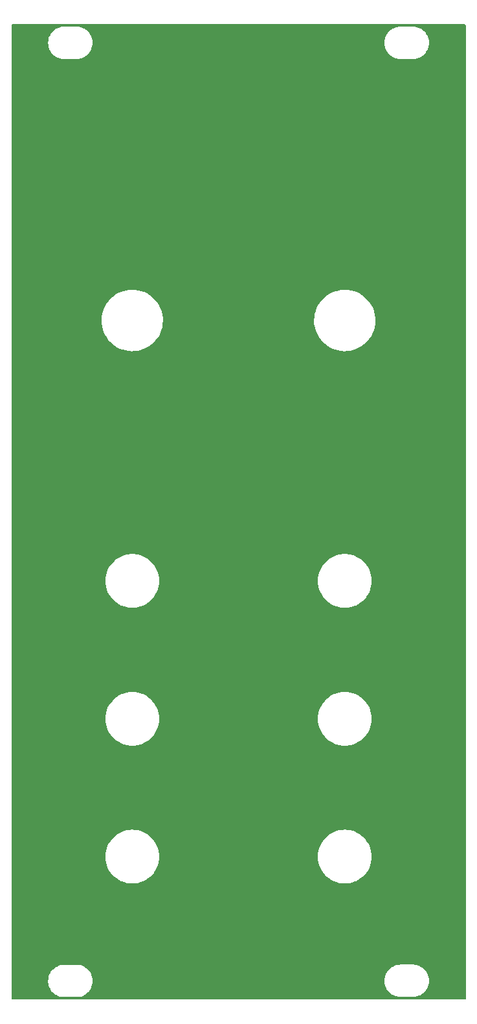
<source format=gbr>
%TF.GenerationSoftware,KiCad,Pcbnew,(6.0.1)*%
%TF.CreationDate,2022-09-11T09:08:24+02:00*%
%TF.ProjectId,front pannel,66726f6e-7420-4706-916e-6e656c2e6b69,rev?*%
%TF.SameCoordinates,Original*%
%TF.FileFunction,Copper,L1,Top*%
%TF.FilePolarity,Positive*%
%FSLAX46Y46*%
G04 Gerber Fmt 4.6, Leading zero omitted, Abs format (unit mm)*
G04 Created by KiCad (PCBNEW (6.0.1)) date 2022-09-11 09:08:24*
%MOMM*%
%LPD*%
G01*
G04 APERTURE LIST*
G04 APERTURE END LIST*
%TA.AperFunction,NonConductor*%
G36*
X86459121Y-22103002D02*
G01*
X86505614Y-22156658D01*
X86517000Y-22209000D01*
X86517000Y-149291000D01*
X86496998Y-149359121D01*
X86443342Y-149405614D01*
X86391000Y-149417000D01*
X27209000Y-149417000D01*
X27140879Y-149396998D01*
X27094386Y-149343342D01*
X27083000Y-149291000D01*
X27083000Y-146975000D01*
X31887282Y-146975000D01*
X31887552Y-146979119D01*
X31903982Y-147229783D01*
X31905357Y-147250765D01*
X31959271Y-147521812D01*
X31960596Y-147525715D01*
X31960597Y-147525719D01*
X32040847Y-147762126D01*
X32048103Y-147783502D01*
X32049926Y-147787198D01*
X32049929Y-147787206D01*
X32094920Y-147878437D01*
X32170333Y-148031359D01*
X32323868Y-148261141D01*
X32326582Y-148264235D01*
X32326586Y-148264241D01*
X32486413Y-148446488D01*
X32506083Y-148468917D01*
X32509172Y-148471626D01*
X32710759Y-148648414D01*
X32710765Y-148648418D01*
X32713859Y-148651132D01*
X32880723Y-148762627D01*
X32908709Y-148781326D01*
X32943641Y-148804667D01*
X32947344Y-148806493D01*
X33187794Y-148925071D01*
X33187802Y-148925074D01*
X33191498Y-148926897D01*
X33195413Y-148928226D01*
X33449281Y-149014403D01*
X33449285Y-149014404D01*
X33453188Y-149015729D01*
X33655317Y-149055935D01*
X33720192Y-149068839D01*
X33720195Y-149068839D01*
X33724235Y-149069643D01*
X33728346Y-149069912D01*
X33728350Y-149069913D01*
X33817160Y-149075734D01*
X33967761Y-149085605D01*
X33980403Y-149087079D01*
X33987461Y-149088266D01*
X33993816Y-149088344D01*
X33995141Y-149088360D01*
X33995145Y-149088360D01*
X34000000Y-149088419D01*
X34027588Y-149084468D01*
X34045451Y-149083195D01*
X35547958Y-149083195D01*
X35568862Y-149084941D01*
X35587461Y-149088070D01*
X35593517Y-149088144D01*
X35595130Y-149088164D01*
X35595135Y-149088164D01*
X35600000Y-149088223D01*
X35604817Y-149087533D01*
X35605415Y-149087494D01*
X35613864Y-149086613D01*
X35871637Y-149069718D01*
X35871641Y-149069717D01*
X35875752Y-149069448D01*
X35879792Y-149068644D01*
X35879795Y-149068644D01*
X36142741Y-149016341D01*
X36142747Y-149016339D01*
X36146786Y-149015536D01*
X36150690Y-149014211D01*
X36150693Y-149014210D01*
X36404559Y-148928034D01*
X36404560Y-148928033D01*
X36408465Y-148926708D01*
X36525845Y-148868823D01*
X36652606Y-148806312D01*
X36652611Y-148806309D01*
X36656310Y-148804485D01*
X36710153Y-148768508D01*
X36882651Y-148653249D01*
X36882656Y-148653245D01*
X36886082Y-148650956D01*
X36889176Y-148648242D01*
X36889182Y-148648238D01*
X37090759Y-148471459D01*
X37093848Y-148468750D01*
X37273198Y-148264241D01*
X37273336Y-148264084D01*
X37273340Y-148264078D01*
X37276054Y-148260984D01*
X37290662Y-148239123D01*
X37425840Y-148036814D01*
X37429583Y-148031212D01*
X37460628Y-147968260D01*
X37504923Y-147878437D01*
X37551806Y-147783367D01*
X37561598Y-147754522D01*
X37639308Y-147525595D01*
X37639309Y-147525592D01*
X37640634Y-147521688D01*
X37644816Y-147500668D01*
X37693742Y-147254697D01*
X37693742Y-147254694D01*
X37694546Y-147250654D01*
X37712620Y-146974902D01*
X37710988Y-146950000D01*
X75887477Y-146950000D01*
X75905550Y-147225740D01*
X75906354Y-147229780D01*
X75906354Y-147229783D01*
X75910506Y-147250654D01*
X75959459Y-147496761D01*
X75960784Y-147500665D01*
X75960785Y-147500668D01*
X75969247Y-147525595D01*
X76048283Y-147758428D01*
X76060582Y-147783367D01*
X76151761Y-147968260D01*
X76170501Y-148006262D01*
X76324023Y-148236023D01*
X76326737Y-148239117D01*
X76326741Y-148239123D01*
X76503512Y-148440690D01*
X76506221Y-148443779D01*
X76509310Y-148446488D01*
X76710877Y-148623259D01*
X76710883Y-148623263D01*
X76713977Y-148625977D01*
X76717403Y-148628266D01*
X76717408Y-148628270D01*
X76751624Y-148651132D01*
X76943739Y-148779499D01*
X76947438Y-148781323D01*
X76947443Y-148781326D01*
X76998110Y-148806312D01*
X77191572Y-148901717D01*
X77195477Y-148903042D01*
X77195478Y-148903043D01*
X77449332Y-148989215D01*
X77449335Y-148989216D01*
X77453239Y-148990541D01*
X77457278Y-148991344D01*
X77457284Y-148991346D01*
X77720217Y-149043646D01*
X77720220Y-149043646D01*
X77724260Y-149044450D01*
X77728371Y-149044719D01*
X77728375Y-149044720D01*
X77817277Y-149050547D01*
X77967761Y-149060410D01*
X77980403Y-149061884D01*
X77987461Y-149063071D01*
X77993816Y-149063149D01*
X77995141Y-149063165D01*
X77995145Y-149063165D01*
X78000000Y-149063224D01*
X78027588Y-149059273D01*
X78045451Y-149058000D01*
X79546793Y-149058000D01*
X79567697Y-149059746D01*
X79587461Y-149063071D01*
X79593517Y-149063145D01*
X79595130Y-149063165D01*
X79595135Y-149063165D01*
X79600000Y-149063224D01*
X79604817Y-149062534D01*
X79605415Y-149062495D01*
X79613864Y-149061614D01*
X79871625Y-149044720D01*
X79871629Y-149044719D01*
X79875740Y-149044450D01*
X79879780Y-149043646D01*
X79879783Y-149043646D01*
X80142716Y-148991346D01*
X80142722Y-148991344D01*
X80146761Y-148990541D01*
X80150665Y-148989216D01*
X80150668Y-148989215D01*
X80404522Y-148903043D01*
X80404523Y-148903042D01*
X80408428Y-148901717D01*
X80525693Y-148843889D01*
X80652558Y-148781326D01*
X80652563Y-148781323D01*
X80656262Y-148779499D01*
X80845208Y-148653249D01*
X80882592Y-148628270D01*
X80882597Y-148628266D01*
X80886023Y-148625977D01*
X80889117Y-148623263D01*
X80889123Y-148623259D01*
X81090690Y-148446488D01*
X81093779Y-148443779D01*
X81096488Y-148440690D01*
X81273259Y-148239123D01*
X81273263Y-148239117D01*
X81275977Y-148236023D01*
X81429499Y-148006262D01*
X81448240Y-147968260D01*
X81539418Y-147783367D01*
X81551717Y-147758428D01*
X81630753Y-147525595D01*
X81639215Y-147500668D01*
X81639216Y-147500665D01*
X81640541Y-147496761D01*
X81689495Y-147250654D01*
X81693646Y-147229783D01*
X81693646Y-147229780D01*
X81694450Y-147225740D01*
X81712523Y-146950000D01*
X81696087Y-146699235D01*
X81694720Y-146678375D01*
X81694719Y-146678371D01*
X81694450Y-146674260D01*
X81652479Y-146463254D01*
X81641346Y-146407284D01*
X81641344Y-146407278D01*
X81640541Y-146403239D01*
X81561484Y-146170343D01*
X81553043Y-146145478D01*
X81553042Y-146145477D01*
X81551717Y-146141572D01*
X81448239Y-145931740D01*
X81431326Y-145897443D01*
X81431323Y-145897438D01*
X81429499Y-145893739D01*
X81392902Y-145838968D01*
X81278270Y-145667408D01*
X81278266Y-145667403D01*
X81275977Y-145663977D01*
X81273263Y-145660883D01*
X81273259Y-145660877D01*
X81096488Y-145459310D01*
X81093779Y-145456221D01*
X81090690Y-145453512D01*
X80889123Y-145276741D01*
X80889117Y-145276737D01*
X80886023Y-145274023D01*
X80882597Y-145271734D01*
X80882592Y-145271730D01*
X80659695Y-145122795D01*
X80656262Y-145120501D01*
X80652563Y-145118677D01*
X80652558Y-145118674D01*
X80525693Y-145056111D01*
X80408428Y-144998283D01*
X80404522Y-144996957D01*
X80150668Y-144910785D01*
X80150665Y-144910784D01*
X80146761Y-144909459D01*
X80142722Y-144908656D01*
X80142716Y-144908654D01*
X79879783Y-144856354D01*
X79879780Y-144856354D01*
X79875740Y-144855550D01*
X79871629Y-144855281D01*
X79871625Y-144855280D01*
X79782723Y-144849453D01*
X79632239Y-144839590D01*
X79619597Y-144838116D01*
X79612539Y-144836929D01*
X79606184Y-144836851D01*
X79604859Y-144836835D01*
X79604855Y-144836835D01*
X79600000Y-144836776D01*
X79575715Y-144840254D01*
X79572412Y-144840727D01*
X79554549Y-144842000D01*
X78053207Y-144842000D01*
X78032303Y-144840254D01*
X78021199Y-144838386D01*
X78012539Y-144836929D01*
X78006483Y-144836855D01*
X78004870Y-144836835D01*
X78004865Y-144836835D01*
X78000000Y-144836776D01*
X77995183Y-144837466D01*
X77994585Y-144837505D01*
X77986136Y-144838386D01*
X77728375Y-144855280D01*
X77728371Y-144855281D01*
X77724260Y-144855550D01*
X77720220Y-144856354D01*
X77720217Y-144856354D01*
X77457284Y-144908654D01*
X77457278Y-144908656D01*
X77453239Y-144909459D01*
X77449335Y-144910784D01*
X77449332Y-144910785D01*
X77195478Y-144996957D01*
X77191572Y-144998283D01*
X77074440Y-145056046D01*
X76947443Y-145118674D01*
X76947438Y-145118677D01*
X76943739Y-145120501D01*
X76940306Y-145122795D01*
X76717408Y-145271730D01*
X76717403Y-145271734D01*
X76713977Y-145274023D01*
X76710883Y-145276737D01*
X76710877Y-145276741D01*
X76509310Y-145453512D01*
X76506221Y-145456221D01*
X76503512Y-145459310D01*
X76326741Y-145660877D01*
X76326737Y-145660883D01*
X76324023Y-145663977D01*
X76321734Y-145667403D01*
X76321730Y-145667408D01*
X76207098Y-145838968D01*
X76170501Y-145893739D01*
X76168677Y-145897438D01*
X76168674Y-145897443D01*
X76151761Y-145931740D01*
X76048283Y-146141572D01*
X76046958Y-146145477D01*
X76046957Y-146145478D01*
X76038517Y-146170343D01*
X75959459Y-146403239D01*
X75958656Y-146407278D01*
X75958654Y-146407284D01*
X75947521Y-146463254D01*
X75905550Y-146674260D01*
X75905281Y-146678371D01*
X75905280Y-146678375D01*
X75903913Y-146699235D01*
X75887477Y-146950000D01*
X37710988Y-146950000D01*
X37704384Y-146849243D01*
X37694816Y-146703265D01*
X37694815Y-146703261D01*
X37694546Y-146699150D01*
X37690414Y-146678375D01*
X37641439Y-146432161D01*
X37641437Y-146432155D01*
X37640634Y-146428116D01*
X37633563Y-146407284D01*
X37553132Y-146170343D01*
X37553131Y-146170342D01*
X37551806Y-146166437D01*
X37492602Y-146046382D01*
X37431410Y-145922296D01*
X37431407Y-145922291D01*
X37429583Y-145918592D01*
X37276054Y-145688820D01*
X37273340Y-145685726D01*
X37273336Y-145685720D01*
X37096557Y-145484143D01*
X37093848Y-145481054D01*
X37069054Y-145459310D01*
X36889182Y-145301566D01*
X36889176Y-145301562D01*
X36886082Y-145298848D01*
X36882656Y-145296559D01*
X36882651Y-145296555D01*
X36710153Y-145181296D01*
X36656310Y-145145319D01*
X36652611Y-145143495D01*
X36652606Y-145143492D01*
X36525845Y-145080981D01*
X36408465Y-145023096D01*
X36340742Y-145000107D01*
X36150693Y-144935594D01*
X36150690Y-144935593D01*
X36146786Y-144934268D01*
X36142747Y-144933465D01*
X36142741Y-144933463D01*
X35879795Y-144881160D01*
X35879792Y-144881160D01*
X35875752Y-144880356D01*
X35871641Y-144880087D01*
X35871637Y-144880086D01*
X35782790Y-144874263D01*
X35632239Y-144864395D01*
X35619597Y-144862921D01*
X35612539Y-144861734D01*
X35606184Y-144861656D01*
X35604859Y-144861640D01*
X35604855Y-144861640D01*
X35600000Y-144861581D01*
X35575715Y-144865059D01*
X35572412Y-144865532D01*
X35554549Y-144866805D01*
X34053207Y-144866805D01*
X34032303Y-144865059D01*
X34021199Y-144863191D01*
X34012539Y-144861734D01*
X34006483Y-144861660D01*
X34004870Y-144861640D01*
X34004865Y-144861640D01*
X34000000Y-144861581D01*
X33995183Y-144862271D01*
X33994585Y-144862310D01*
X33986136Y-144863191D01*
X33728350Y-144880087D01*
X33728346Y-144880088D01*
X33724235Y-144880357D01*
X33720195Y-144881161D01*
X33720192Y-144881161D01*
X33655317Y-144894065D01*
X33453188Y-144934271D01*
X33449285Y-144935596D01*
X33449281Y-144935597D01*
X33268521Y-144996957D01*
X33191498Y-145023103D01*
X33187802Y-145024926D01*
X33187794Y-145024929D01*
X32997700Y-145118674D01*
X32943641Y-145145333D01*
X32713859Y-145298868D01*
X32710765Y-145301582D01*
X32710759Y-145301586D01*
X32537522Y-145453512D01*
X32506083Y-145481083D01*
X32503374Y-145484172D01*
X32326586Y-145685759D01*
X32326582Y-145685765D01*
X32323868Y-145688859D01*
X32212373Y-145855723D01*
X32172660Y-145915159D01*
X32170333Y-145918641D01*
X32168507Y-145922344D01*
X32049929Y-146162794D01*
X32049926Y-146162802D01*
X32048103Y-146166498D01*
X32046774Y-146170413D01*
X31960622Y-146424209D01*
X31959271Y-146428188D01*
X31905357Y-146699235D01*
X31887282Y-146975000D01*
X27083000Y-146975000D01*
X27083000Y-130750000D01*
X39387186Y-130750000D01*
X39406430Y-131117189D01*
X39463949Y-131480355D01*
X39559115Y-131835519D01*
X39690885Y-132178790D01*
X39857814Y-132506407D01*
X40058074Y-132814780D01*
X40060149Y-132817343D01*
X40060156Y-132817352D01*
X40089886Y-132854065D01*
X40289470Y-133100531D01*
X40549469Y-133360530D01*
X40552044Y-133362615D01*
X40832648Y-133589844D01*
X40832657Y-133589851D01*
X40835220Y-133591926D01*
X41143593Y-133792186D01*
X41313863Y-133878943D01*
X41468275Y-133957620D01*
X41468282Y-133957623D01*
X41471210Y-133959115D01*
X41474282Y-133960294D01*
X41474286Y-133960296D01*
X41598899Y-134008130D01*
X41814481Y-134090885D01*
X42169645Y-134186051D01*
X42172895Y-134186566D01*
X42172901Y-134186567D01*
X42442280Y-134229232D01*
X42532811Y-134243570D01*
X42536096Y-134243742D01*
X42536104Y-134243743D01*
X42896699Y-134262641D01*
X42900000Y-134262814D01*
X42903301Y-134262641D01*
X43263896Y-134243743D01*
X43263904Y-134243742D01*
X43267189Y-134243570D01*
X43357720Y-134229232D01*
X43627099Y-134186567D01*
X43627105Y-134186566D01*
X43630355Y-134186051D01*
X43985519Y-134090885D01*
X44201101Y-134008130D01*
X44325714Y-133960296D01*
X44325718Y-133960294D01*
X44328790Y-133959115D01*
X44331718Y-133957623D01*
X44331725Y-133957620D01*
X44486137Y-133878943D01*
X44656407Y-133792186D01*
X44964780Y-133591926D01*
X44967343Y-133589851D01*
X44967352Y-133589844D01*
X45247956Y-133362615D01*
X45250531Y-133360530D01*
X45510530Y-133100531D01*
X45710114Y-132854065D01*
X45739844Y-132817352D01*
X45739851Y-132817343D01*
X45741926Y-132814780D01*
X45942186Y-132506407D01*
X46109115Y-132178790D01*
X46240885Y-131835519D01*
X46336051Y-131480355D01*
X46393570Y-131117189D01*
X46412814Y-130750000D01*
X67187186Y-130750000D01*
X67206430Y-131117189D01*
X67263949Y-131480355D01*
X67359115Y-131835519D01*
X67490885Y-132178790D01*
X67657814Y-132506407D01*
X67858074Y-132814780D01*
X67860149Y-132817343D01*
X67860156Y-132817352D01*
X67889886Y-132854065D01*
X68089470Y-133100531D01*
X68349469Y-133360530D01*
X68352044Y-133362615D01*
X68632648Y-133589844D01*
X68632657Y-133589851D01*
X68635220Y-133591926D01*
X68943593Y-133792186D01*
X69113863Y-133878943D01*
X69268275Y-133957620D01*
X69268282Y-133957623D01*
X69271210Y-133959115D01*
X69274282Y-133960294D01*
X69274286Y-133960296D01*
X69398899Y-134008130D01*
X69614481Y-134090885D01*
X69969645Y-134186051D01*
X69972895Y-134186566D01*
X69972901Y-134186567D01*
X70242280Y-134229232D01*
X70332811Y-134243570D01*
X70336096Y-134243742D01*
X70336104Y-134243743D01*
X70696699Y-134262641D01*
X70700000Y-134262814D01*
X70703301Y-134262641D01*
X71063896Y-134243743D01*
X71063904Y-134243742D01*
X71067189Y-134243570D01*
X71157720Y-134229232D01*
X71427099Y-134186567D01*
X71427105Y-134186566D01*
X71430355Y-134186051D01*
X71785519Y-134090885D01*
X72001101Y-134008130D01*
X72125714Y-133960296D01*
X72125718Y-133960294D01*
X72128790Y-133959115D01*
X72131718Y-133957623D01*
X72131725Y-133957620D01*
X72286137Y-133878943D01*
X72456407Y-133792186D01*
X72764780Y-133591926D01*
X72767343Y-133589851D01*
X72767352Y-133589844D01*
X73047956Y-133362615D01*
X73050531Y-133360530D01*
X73310530Y-133100531D01*
X73510114Y-132854065D01*
X73539844Y-132817352D01*
X73539851Y-132817343D01*
X73541926Y-132814780D01*
X73742186Y-132506407D01*
X73909115Y-132178790D01*
X74040885Y-131835519D01*
X74136051Y-131480355D01*
X74193570Y-131117189D01*
X74212814Y-130750000D01*
X74193570Y-130382811D01*
X74136051Y-130019645D01*
X74040885Y-129664481D01*
X73909115Y-129321210D01*
X73742186Y-128993593D01*
X73541926Y-128685220D01*
X73539851Y-128682657D01*
X73539844Y-128682648D01*
X73312615Y-128402044D01*
X73310530Y-128399469D01*
X73050531Y-128139470D01*
X72992140Y-128092186D01*
X72767352Y-127910156D01*
X72767343Y-127910149D01*
X72764780Y-127908074D01*
X72456407Y-127707814D01*
X72286137Y-127621057D01*
X72131725Y-127542380D01*
X72131718Y-127542377D01*
X72128790Y-127540885D01*
X72125718Y-127539706D01*
X72125714Y-127539704D01*
X72001101Y-127491870D01*
X71785519Y-127409115D01*
X71430355Y-127313949D01*
X71427105Y-127313434D01*
X71427099Y-127313433D01*
X71157720Y-127270768D01*
X71067189Y-127256430D01*
X71063904Y-127256258D01*
X71063896Y-127256257D01*
X70703301Y-127237359D01*
X70700000Y-127237186D01*
X70696699Y-127237359D01*
X70336104Y-127256257D01*
X70336096Y-127256258D01*
X70332811Y-127256430D01*
X70242280Y-127270768D01*
X69972901Y-127313433D01*
X69972895Y-127313434D01*
X69969645Y-127313949D01*
X69614481Y-127409115D01*
X69398899Y-127491870D01*
X69274286Y-127539704D01*
X69274282Y-127539706D01*
X69271210Y-127540885D01*
X69268282Y-127542377D01*
X69268275Y-127542380D01*
X69113863Y-127621057D01*
X68943593Y-127707814D01*
X68635220Y-127908074D01*
X68632657Y-127910149D01*
X68632648Y-127910156D01*
X68407860Y-128092186D01*
X68349469Y-128139470D01*
X68089470Y-128399469D01*
X68087385Y-128402044D01*
X67860156Y-128682648D01*
X67860149Y-128682657D01*
X67858074Y-128685220D01*
X67657814Y-128993593D01*
X67490885Y-129321210D01*
X67359115Y-129664481D01*
X67263949Y-130019645D01*
X67206430Y-130382811D01*
X67187186Y-130750000D01*
X46412814Y-130750000D01*
X46393570Y-130382811D01*
X46336051Y-130019645D01*
X46240885Y-129664481D01*
X46109115Y-129321210D01*
X45942186Y-128993593D01*
X45741926Y-128685220D01*
X45739851Y-128682657D01*
X45739844Y-128682648D01*
X45512615Y-128402044D01*
X45510530Y-128399469D01*
X45250531Y-128139470D01*
X45192140Y-128092186D01*
X44967352Y-127910156D01*
X44967343Y-127910149D01*
X44964780Y-127908074D01*
X44656407Y-127707814D01*
X44486137Y-127621057D01*
X44331725Y-127542380D01*
X44331718Y-127542377D01*
X44328790Y-127540885D01*
X44325718Y-127539706D01*
X44325714Y-127539704D01*
X44201101Y-127491870D01*
X43985519Y-127409115D01*
X43630355Y-127313949D01*
X43627105Y-127313434D01*
X43627099Y-127313433D01*
X43357720Y-127270768D01*
X43267189Y-127256430D01*
X43263904Y-127256258D01*
X43263896Y-127256257D01*
X42903301Y-127237359D01*
X42900000Y-127237186D01*
X42896699Y-127237359D01*
X42536104Y-127256257D01*
X42536096Y-127256258D01*
X42532811Y-127256430D01*
X42442280Y-127270768D01*
X42172901Y-127313433D01*
X42172895Y-127313434D01*
X42169645Y-127313949D01*
X41814481Y-127409115D01*
X41598899Y-127491870D01*
X41474286Y-127539704D01*
X41474282Y-127539706D01*
X41471210Y-127540885D01*
X41468282Y-127542377D01*
X41468275Y-127542380D01*
X41313863Y-127621057D01*
X41143593Y-127707814D01*
X40835220Y-127908074D01*
X40832657Y-127910149D01*
X40832648Y-127910156D01*
X40607860Y-128092186D01*
X40549469Y-128139470D01*
X40289470Y-128399469D01*
X40287385Y-128402044D01*
X40060156Y-128682648D01*
X40060149Y-128682657D01*
X40058074Y-128685220D01*
X39857814Y-128993593D01*
X39690885Y-129321210D01*
X39559115Y-129664481D01*
X39463949Y-130019645D01*
X39406430Y-130382811D01*
X39387186Y-130750000D01*
X27083000Y-130750000D01*
X27083000Y-112750000D01*
X39387186Y-112750000D01*
X39406430Y-113117189D01*
X39463949Y-113480355D01*
X39559115Y-113835519D01*
X39690885Y-114178790D01*
X39857814Y-114506407D01*
X40058074Y-114814780D01*
X40060149Y-114817343D01*
X40060156Y-114817352D01*
X40089886Y-114854065D01*
X40289470Y-115100531D01*
X40549469Y-115360530D01*
X40552044Y-115362615D01*
X40832648Y-115589844D01*
X40832657Y-115589851D01*
X40835220Y-115591926D01*
X41143593Y-115792186D01*
X41313863Y-115878943D01*
X41468275Y-115957620D01*
X41468282Y-115957623D01*
X41471210Y-115959115D01*
X41474282Y-115960294D01*
X41474286Y-115960296D01*
X41598899Y-116008130D01*
X41814481Y-116090885D01*
X42169645Y-116186051D01*
X42172895Y-116186566D01*
X42172901Y-116186567D01*
X42442280Y-116229232D01*
X42532811Y-116243570D01*
X42536096Y-116243742D01*
X42536104Y-116243743D01*
X42896699Y-116262641D01*
X42900000Y-116262814D01*
X42903301Y-116262641D01*
X43263896Y-116243743D01*
X43263904Y-116243742D01*
X43267189Y-116243570D01*
X43357720Y-116229232D01*
X43627099Y-116186567D01*
X43627105Y-116186566D01*
X43630355Y-116186051D01*
X43985519Y-116090885D01*
X44201101Y-116008130D01*
X44325714Y-115960296D01*
X44325718Y-115960294D01*
X44328790Y-115959115D01*
X44331718Y-115957623D01*
X44331725Y-115957620D01*
X44486137Y-115878943D01*
X44656407Y-115792186D01*
X44964780Y-115591926D01*
X44967343Y-115589851D01*
X44967352Y-115589844D01*
X45247956Y-115362615D01*
X45250531Y-115360530D01*
X45510530Y-115100531D01*
X45710114Y-114854065D01*
X45739844Y-114817352D01*
X45739851Y-114817343D01*
X45741926Y-114814780D01*
X45942186Y-114506407D01*
X46109115Y-114178790D01*
X46240885Y-113835519D01*
X46336051Y-113480355D01*
X46393570Y-113117189D01*
X46412814Y-112750000D01*
X67187186Y-112750000D01*
X67206430Y-113117189D01*
X67263949Y-113480355D01*
X67359115Y-113835519D01*
X67490885Y-114178790D01*
X67657814Y-114506407D01*
X67858074Y-114814780D01*
X67860149Y-114817343D01*
X67860156Y-114817352D01*
X67889886Y-114854065D01*
X68089470Y-115100531D01*
X68349469Y-115360530D01*
X68352044Y-115362615D01*
X68632648Y-115589844D01*
X68632657Y-115589851D01*
X68635220Y-115591926D01*
X68943593Y-115792186D01*
X69113863Y-115878943D01*
X69268275Y-115957620D01*
X69268282Y-115957623D01*
X69271210Y-115959115D01*
X69274282Y-115960294D01*
X69274286Y-115960296D01*
X69398899Y-116008130D01*
X69614481Y-116090885D01*
X69969645Y-116186051D01*
X69972895Y-116186566D01*
X69972901Y-116186567D01*
X70242280Y-116229232D01*
X70332811Y-116243570D01*
X70336096Y-116243742D01*
X70336104Y-116243743D01*
X70696699Y-116262641D01*
X70700000Y-116262814D01*
X70703301Y-116262641D01*
X71063896Y-116243743D01*
X71063904Y-116243742D01*
X71067189Y-116243570D01*
X71157720Y-116229232D01*
X71427099Y-116186567D01*
X71427105Y-116186566D01*
X71430355Y-116186051D01*
X71785519Y-116090885D01*
X72001101Y-116008130D01*
X72125714Y-115960296D01*
X72125718Y-115960294D01*
X72128790Y-115959115D01*
X72131718Y-115957623D01*
X72131725Y-115957620D01*
X72286137Y-115878943D01*
X72456407Y-115792186D01*
X72764780Y-115591926D01*
X72767343Y-115589851D01*
X72767352Y-115589844D01*
X73047956Y-115362615D01*
X73050531Y-115360530D01*
X73310530Y-115100531D01*
X73510114Y-114854065D01*
X73539844Y-114817352D01*
X73539851Y-114817343D01*
X73541926Y-114814780D01*
X73742186Y-114506407D01*
X73909115Y-114178790D01*
X74040885Y-113835519D01*
X74136051Y-113480355D01*
X74193570Y-113117189D01*
X74212814Y-112750000D01*
X74193570Y-112382811D01*
X74136051Y-112019645D01*
X74040885Y-111664481D01*
X73909115Y-111321210D01*
X73742186Y-110993593D01*
X73541926Y-110685220D01*
X73539851Y-110682657D01*
X73539844Y-110682648D01*
X73312615Y-110402044D01*
X73310530Y-110399469D01*
X73050531Y-110139470D01*
X72992140Y-110092186D01*
X72767352Y-109910156D01*
X72767343Y-109910149D01*
X72764780Y-109908074D01*
X72456407Y-109707814D01*
X72286137Y-109621057D01*
X72131725Y-109542380D01*
X72131718Y-109542377D01*
X72128790Y-109540885D01*
X72125718Y-109539706D01*
X72125714Y-109539704D01*
X72001101Y-109491870D01*
X71785519Y-109409115D01*
X71430355Y-109313949D01*
X71427105Y-109313434D01*
X71427099Y-109313433D01*
X71157720Y-109270768D01*
X71067189Y-109256430D01*
X71063904Y-109256258D01*
X71063896Y-109256257D01*
X70703301Y-109237359D01*
X70700000Y-109237186D01*
X70696699Y-109237359D01*
X70336104Y-109256257D01*
X70336096Y-109256258D01*
X70332811Y-109256430D01*
X70242280Y-109270768D01*
X69972901Y-109313433D01*
X69972895Y-109313434D01*
X69969645Y-109313949D01*
X69614481Y-109409115D01*
X69398899Y-109491870D01*
X69274286Y-109539704D01*
X69274282Y-109539706D01*
X69271210Y-109540885D01*
X69268282Y-109542377D01*
X69268275Y-109542380D01*
X69113863Y-109621057D01*
X68943593Y-109707814D01*
X68635220Y-109908074D01*
X68632657Y-109910149D01*
X68632648Y-109910156D01*
X68407860Y-110092186D01*
X68349469Y-110139470D01*
X68089470Y-110399469D01*
X68087385Y-110402044D01*
X67860156Y-110682648D01*
X67860149Y-110682657D01*
X67858074Y-110685220D01*
X67657814Y-110993593D01*
X67490885Y-111321210D01*
X67359115Y-111664481D01*
X67263949Y-112019645D01*
X67206430Y-112382811D01*
X67187186Y-112750000D01*
X46412814Y-112750000D01*
X46393570Y-112382811D01*
X46336051Y-112019645D01*
X46240885Y-111664481D01*
X46109115Y-111321210D01*
X45942186Y-110993593D01*
X45741926Y-110685220D01*
X45739851Y-110682657D01*
X45739844Y-110682648D01*
X45512615Y-110402044D01*
X45510530Y-110399469D01*
X45250531Y-110139470D01*
X45192140Y-110092186D01*
X44967352Y-109910156D01*
X44967343Y-109910149D01*
X44964780Y-109908074D01*
X44656407Y-109707814D01*
X44486137Y-109621057D01*
X44331725Y-109542380D01*
X44331718Y-109542377D01*
X44328790Y-109540885D01*
X44325718Y-109539706D01*
X44325714Y-109539704D01*
X44201101Y-109491870D01*
X43985519Y-109409115D01*
X43630355Y-109313949D01*
X43627105Y-109313434D01*
X43627099Y-109313433D01*
X43357720Y-109270768D01*
X43267189Y-109256430D01*
X43263904Y-109256258D01*
X43263896Y-109256257D01*
X42903301Y-109237359D01*
X42900000Y-109237186D01*
X42896699Y-109237359D01*
X42536104Y-109256257D01*
X42536096Y-109256258D01*
X42532811Y-109256430D01*
X42442280Y-109270768D01*
X42172901Y-109313433D01*
X42172895Y-109313434D01*
X42169645Y-109313949D01*
X41814481Y-109409115D01*
X41598899Y-109491870D01*
X41474286Y-109539704D01*
X41474282Y-109539706D01*
X41471210Y-109540885D01*
X41468282Y-109542377D01*
X41468275Y-109542380D01*
X41313863Y-109621057D01*
X41143593Y-109707814D01*
X40835220Y-109908074D01*
X40832657Y-109910149D01*
X40832648Y-109910156D01*
X40607860Y-110092186D01*
X40549469Y-110139470D01*
X40289470Y-110399469D01*
X40287385Y-110402044D01*
X40060156Y-110682648D01*
X40060149Y-110682657D01*
X40058074Y-110685220D01*
X39857814Y-110993593D01*
X39690885Y-111321210D01*
X39559115Y-111664481D01*
X39463949Y-112019645D01*
X39406430Y-112382811D01*
X39387186Y-112750000D01*
X27083000Y-112750000D01*
X27083000Y-94750000D01*
X39387186Y-94750000D01*
X39406430Y-95117189D01*
X39463949Y-95480355D01*
X39559115Y-95835519D01*
X39690885Y-96178790D01*
X39857814Y-96506407D01*
X40058074Y-96814780D01*
X40060149Y-96817343D01*
X40060156Y-96817352D01*
X40089886Y-96854065D01*
X40289470Y-97100531D01*
X40549469Y-97360530D01*
X40552044Y-97362615D01*
X40832648Y-97589844D01*
X40832657Y-97589851D01*
X40835220Y-97591926D01*
X41143593Y-97792186D01*
X41313863Y-97878943D01*
X41468275Y-97957620D01*
X41468282Y-97957623D01*
X41471210Y-97959115D01*
X41474282Y-97960294D01*
X41474286Y-97960296D01*
X41598899Y-98008130D01*
X41814481Y-98090885D01*
X42169645Y-98186051D01*
X42172895Y-98186566D01*
X42172901Y-98186567D01*
X42442280Y-98229232D01*
X42532811Y-98243570D01*
X42536096Y-98243742D01*
X42536104Y-98243743D01*
X42896699Y-98262641D01*
X42900000Y-98262814D01*
X42903301Y-98262641D01*
X43263896Y-98243743D01*
X43263904Y-98243742D01*
X43267189Y-98243570D01*
X43357720Y-98229232D01*
X43627099Y-98186567D01*
X43627105Y-98186566D01*
X43630355Y-98186051D01*
X43985519Y-98090885D01*
X44201101Y-98008130D01*
X44325714Y-97960296D01*
X44325718Y-97960294D01*
X44328790Y-97959115D01*
X44331718Y-97957623D01*
X44331725Y-97957620D01*
X44486137Y-97878943D01*
X44656407Y-97792186D01*
X44964780Y-97591926D01*
X44967343Y-97589851D01*
X44967352Y-97589844D01*
X45247956Y-97362615D01*
X45250531Y-97360530D01*
X45510530Y-97100531D01*
X45710114Y-96854065D01*
X45739844Y-96817352D01*
X45739851Y-96817343D01*
X45741926Y-96814780D01*
X45942186Y-96506407D01*
X46109115Y-96178790D01*
X46240885Y-95835519D01*
X46336051Y-95480355D01*
X46393570Y-95117189D01*
X46412814Y-94750000D01*
X67187186Y-94750000D01*
X67206430Y-95117189D01*
X67263949Y-95480355D01*
X67359115Y-95835519D01*
X67490885Y-96178790D01*
X67657814Y-96506407D01*
X67858074Y-96814780D01*
X67860149Y-96817343D01*
X67860156Y-96817352D01*
X67889886Y-96854065D01*
X68089470Y-97100531D01*
X68349469Y-97360530D01*
X68352044Y-97362615D01*
X68632648Y-97589844D01*
X68632657Y-97589851D01*
X68635220Y-97591926D01*
X68943593Y-97792186D01*
X69113863Y-97878943D01*
X69268275Y-97957620D01*
X69268282Y-97957623D01*
X69271210Y-97959115D01*
X69274282Y-97960294D01*
X69274286Y-97960296D01*
X69398899Y-98008130D01*
X69614481Y-98090885D01*
X69969645Y-98186051D01*
X69972895Y-98186566D01*
X69972901Y-98186567D01*
X70242280Y-98229232D01*
X70332811Y-98243570D01*
X70336096Y-98243742D01*
X70336104Y-98243743D01*
X70696699Y-98262641D01*
X70700000Y-98262814D01*
X70703301Y-98262641D01*
X71063896Y-98243743D01*
X71063904Y-98243742D01*
X71067189Y-98243570D01*
X71157720Y-98229232D01*
X71427099Y-98186567D01*
X71427105Y-98186566D01*
X71430355Y-98186051D01*
X71785519Y-98090885D01*
X72001101Y-98008130D01*
X72125714Y-97960296D01*
X72125718Y-97960294D01*
X72128790Y-97959115D01*
X72131718Y-97957623D01*
X72131725Y-97957620D01*
X72286137Y-97878943D01*
X72456407Y-97792186D01*
X72764780Y-97591926D01*
X72767343Y-97589851D01*
X72767352Y-97589844D01*
X73047956Y-97362615D01*
X73050531Y-97360530D01*
X73310530Y-97100531D01*
X73510114Y-96854065D01*
X73539844Y-96817352D01*
X73539851Y-96817343D01*
X73541926Y-96814780D01*
X73742186Y-96506407D01*
X73909115Y-96178790D01*
X74040885Y-95835519D01*
X74136051Y-95480355D01*
X74193570Y-95117189D01*
X74212814Y-94750000D01*
X74193570Y-94382811D01*
X74136051Y-94019645D01*
X74040885Y-93664481D01*
X73909115Y-93321210D01*
X73742186Y-92993593D01*
X73541926Y-92685220D01*
X73539851Y-92682657D01*
X73539844Y-92682648D01*
X73312615Y-92402044D01*
X73310530Y-92399469D01*
X73050531Y-92139470D01*
X72992140Y-92092186D01*
X72767352Y-91910156D01*
X72767343Y-91910149D01*
X72764780Y-91908074D01*
X72456407Y-91707814D01*
X72286137Y-91621057D01*
X72131725Y-91542380D01*
X72131718Y-91542377D01*
X72128790Y-91540885D01*
X72125718Y-91539706D01*
X72125714Y-91539704D01*
X72001101Y-91491870D01*
X71785519Y-91409115D01*
X71430355Y-91313949D01*
X71427105Y-91313434D01*
X71427099Y-91313433D01*
X71157720Y-91270768D01*
X71067189Y-91256430D01*
X71063904Y-91256258D01*
X71063896Y-91256257D01*
X70703301Y-91237359D01*
X70700000Y-91237186D01*
X70696699Y-91237359D01*
X70336104Y-91256257D01*
X70336096Y-91256258D01*
X70332811Y-91256430D01*
X70242280Y-91270768D01*
X69972901Y-91313433D01*
X69972895Y-91313434D01*
X69969645Y-91313949D01*
X69614481Y-91409115D01*
X69398899Y-91491870D01*
X69274286Y-91539704D01*
X69274282Y-91539706D01*
X69271210Y-91540885D01*
X69268282Y-91542377D01*
X69268275Y-91542380D01*
X69113863Y-91621057D01*
X68943593Y-91707814D01*
X68635220Y-91908074D01*
X68632657Y-91910149D01*
X68632648Y-91910156D01*
X68407860Y-92092186D01*
X68349469Y-92139470D01*
X68089470Y-92399469D01*
X68087385Y-92402044D01*
X67860156Y-92682648D01*
X67860149Y-92682657D01*
X67858074Y-92685220D01*
X67657814Y-92993593D01*
X67490885Y-93321210D01*
X67359115Y-93664481D01*
X67263949Y-94019645D01*
X67206430Y-94382811D01*
X67187186Y-94750000D01*
X46412814Y-94750000D01*
X46393570Y-94382811D01*
X46336051Y-94019645D01*
X46240885Y-93664481D01*
X46109115Y-93321210D01*
X45942186Y-92993593D01*
X45741926Y-92685220D01*
X45739851Y-92682657D01*
X45739844Y-92682648D01*
X45512615Y-92402044D01*
X45510530Y-92399469D01*
X45250531Y-92139470D01*
X45192140Y-92092186D01*
X44967352Y-91910156D01*
X44967343Y-91910149D01*
X44964780Y-91908074D01*
X44656407Y-91707814D01*
X44486137Y-91621057D01*
X44331725Y-91542380D01*
X44331718Y-91542377D01*
X44328790Y-91540885D01*
X44325718Y-91539706D01*
X44325714Y-91539704D01*
X44201101Y-91491870D01*
X43985519Y-91409115D01*
X43630355Y-91313949D01*
X43627105Y-91313434D01*
X43627099Y-91313433D01*
X43357720Y-91270768D01*
X43267189Y-91256430D01*
X43263904Y-91256258D01*
X43263896Y-91256257D01*
X42903301Y-91237359D01*
X42900000Y-91237186D01*
X42896699Y-91237359D01*
X42536104Y-91256257D01*
X42536096Y-91256258D01*
X42532811Y-91256430D01*
X42442280Y-91270768D01*
X42172901Y-91313433D01*
X42172895Y-91313434D01*
X42169645Y-91313949D01*
X41814481Y-91409115D01*
X41598899Y-91491870D01*
X41474286Y-91539704D01*
X41474282Y-91539706D01*
X41471210Y-91540885D01*
X41468282Y-91542377D01*
X41468275Y-91542380D01*
X41313863Y-91621057D01*
X41143593Y-91707814D01*
X40835220Y-91908074D01*
X40832657Y-91910149D01*
X40832648Y-91910156D01*
X40607860Y-92092186D01*
X40549469Y-92139470D01*
X40289470Y-92399469D01*
X40287385Y-92402044D01*
X40060156Y-92682648D01*
X40060149Y-92682657D01*
X40058074Y-92685220D01*
X39857814Y-92993593D01*
X39690885Y-93321210D01*
X39559115Y-93664481D01*
X39463949Y-94019645D01*
X39406430Y-94382811D01*
X39387186Y-94750000D01*
X27083000Y-94750000D01*
X27083000Y-60693972D01*
X38887557Y-60693972D01*
X38901240Y-61085785D01*
X38953091Y-61474393D01*
X38953791Y-61477377D01*
X38953792Y-61477383D01*
X38992400Y-61641988D01*
X39042616Y-61856087D01*
X39168961Y-62227223D01*
X39170235Y-62230031D01*
X39329643Y-62581444D01*
X39329647Y-62581452D01*
X39330920Y-62584258D01*
X39526946Y-62923785D01*
X39755168Y-63242563D01*
X39757195Y-63244878D01*
X39757197Y-63244881D01*
X40011377Y-63535228D01*
X40013409Y-63537549D01*
X40299202Y-63805927D01*
X40609821Y-64045135D01*
X40612424Y-64046762D01*
X40612429Y-64046765D01*
X40732130Y-64121562D01*
X40942300Y-64252891D01*
X41293466Y-64427212D01*
X41659966Y-64566432D01*
X42038303Y-64669224D01*
X42336160Y-64719603D01*
X42421843Y-64734095D01*
X42421846Y-64734095D01*
X42424865Y-64734606D01*
X42578918Y-64745378D01*
X42812896Y-64761740D01*
X42812904Y-64761740D01*
X42815962Y-64761954D01*
X43068875Y-64754889D01*
X43204787Y-64751093D01*
X43204790Y-64751093D01*
X43207861Y-64751007D01*
X43210914Y-64750621D01*
X43210918Y-64750621D01*
X43351291Y-64732888D01*
X43596821Y-64701870D01*
X43599825Y-64701188D01*
X43599828Y-64701187D01*
X43976135Y-64615692D01*
X43976141Y-64615690D01*
X43979131Y-64615011D01*
X44125166Y-64566432D01*
X44348215Y-64492234D01*
X44348221Y-64492232D01*
X44351139Y-64491261D01*
X44353949Y-64490010D01*
X44706497Y-64333046D01*
X44706503Y-64333043D01*
X44709297Y-64331799D01*
X44711966Y-64330283D01*
X45047516Y-64139664D01*
X45047521Y-64139661D01*
X45050184Y-64138148D01*
X45370547Y-63912156D01*
X45667329Y-63655981D01*
X45669450Y-63653754D01*
X45669456Y-63653748D01*
X45935568Y-63374302D01*
X45935572Y-63374297D01*
X45937695Y-63372068D01*
X45939588Y-63369645D01*
X45939595Y-63369637D01*
X46177168Y-63065558D01*
X46177171Y-63065554D01*
X46179067Y-63063127D01*
X46389139Y-62732107D01*
X46565906Y-62382167D01*
X46707682Y-62016647D01*
X46813112Y-61639037D01*
X46881192Y-61252941D01*
X46911269Y-60862045D01*
X46912834Y-60750000D01*
X46910094Y-60693972D01*
X66687557Y-60693972D01*
X66701240Y-61085785D01*
X66753091Y-61474393D01*
X66753791Y-61477377D01*
X66753792Y-61477383D01*
X66792400Y-61641988D01*
X66842616Y-61856087D01*
X66968961Y-62227223D01*
X66970235Y-62230031D01*
X67129643Y-62581444D01*
X67129647Y-62581452D01*
X67130920Y-62584258D01*
X67326946Y-62923785D01*
X67555168Y-63242563D01*
X67557195Y-63244878D01*
X67557197Y-63244881D01*
X67811377Y-63535228D01*
X67813409Y-63537549D01*
X68099202Y-63805927D01*
X68409821Y-64045135D01*
X68412424Y-64046762D01*
X68412429Y-64046765D01*
X68532130Y-64121562D01*
X68742300Y-64252891D01*
X69093466Y-64427212D01*
X69459966Y-64566432D01*
X69838303Y-64669224D01*
X70136160Y-64719603D01*
X70221843Y-64734095D01*
X70221846Y-64734095D01*
X70224865Y-64734606D01*
X70378918Y-64745378D01*
X70612896Y-64761740D01*
X70612904Y-64761740D01*
X70615962Y-64761954D01*
X70868875Y-64754889D01*
X71004787Y-64751093D01*
X71004790Y-64751093D01*
X71007861Y-64751007D01*
X71010914Y-64750621D01*
X71010918Y-64750621D01*
X71151291Y-64732888D01*
X71396821Y-64701870D01*
X71399825Y-64701188D01*
X71399828Y-64701187D01*
X71776135Y-64615692D01*
X71776141Y-64615690D01*
X71779131Y-64615011D01*
X71925166Y-64566432D01*
X72148215Y-64492234D01*
X72148221Y-64492232D01*
X72151139Y-64491261D01*
X72153949Y-64490010D01*
X72506497Y-64333046D01*
X72506503Y-64333043D01*
X72509297Y-64331799D01*
X72511966Y-64330283D01*
X72847516Y-64139664D01*
X72847521Y-64139661D01*
X72850184Y-64138148D01*
X73170547Y-63912156D01*
X73467329Y-63655981D01*
X73469450Y-63653754D01*
X73469456Y-63653748D01*
X73735568Y-63374302D01*
X73735572Y-63374297D01*
X73737695Y-63372068D01*
X73739588Y-63369645D01*
X73739595Y-63369637D01*
X73977168Y-63065558D01*
X73977171Y-63065554D01*
X73979067Y-63063127D01*
X74189139Y-62732107D01*
X74365906Y-62382167D01*
X74507682Y-62016647D01*
X74613112Y-61639037D01*
X74681192Y-61252941D01*
X74711269Y-60862045D01*
X74712834Y-60750000D01*
X74708238Y-60656019D01*
X74702508Y-60538864D01*
X74693682Y-60358416D01*
X74636410Y-59970570D01*
X74541564Y-59590163D01*
X74522506Y-59536640D01*
X74411082Y-59223727D01*
X74410050Y-59220828D01*
X74243122Y-58866089D01*
X74215393Y-58819572D01*
X74043955Y-58531983D01*
X74042375Y-58529332D01*
X73809724Y-58213771D01*
X73807673Y-58211493D01*
X73807668Y-58211487D01*
X73549451Y-57924709D01*
X73547390Y-57922420D01*
X73257877Y-57658058D01*
X72943948Y-57423210D01*
X72941313Y-57421614D01*
X72611235Y-57221711D01*
X72611232Y-57221709D01*
X72608601Y-57220116D01*
X72605831Y-57218789D01*
X72605822Y-57218784D01*
X72257808Y-57052044D01*
X72257806Y-57052043D01*
X72255036Y-57050716D01*
X72252147Y-57049664D01*
X72252141Y-57049662D01*
X71889526Y-56917682D01*
X71889523Y-56917681D01*
X71886627Y-56916627D01*
X71610598Y-56845754D01*
X71509876Y-56819893D01*
X71509873Y-56819892D01*
X71506892Y-56819127D01*
X71119455Y-56759149D01*
X71116398Y-56758978D01*
X71116397Y-56758978D01*
X71086332Y-56757297D01*
X70728015Y-56737264D01*
X70724936Y-56737393D01*
X70724933Y-56737393D01*
X70469423Y-56748102D01*
X70336307Y-56753681D01*
X70333263Y-56754109D01*
X70333261Y-56754109D01*
X70122350Y-56783751D01*
X69948070Y-56808244D01*
X69567011Y-56900432D01*
X69196766Y-57029365D01*
X69193968Y-57030658D01*
X68843667Y-57192519D01*
X68843657Y-57192524D01*
X68840870Y-57193812D01*
X68502720Y-57392204D01*
X68462241Y-57421614D01*
X68188024Y-57620843D01*
X68188018Y-57620848D01*
X68185543Y-57622646D01*
X68183257Y-57624675D01*
X68183254Y-57624678D01*
X68143318Y-57660135D01*
X67892367Y-57882940D01*
X67890288Y-57885185D01*
X67890281Y-57885192D01*
X67628077Y-58168347D01*
X67625991Y-58170600D01*
X67388957Y-58482881D01*
X67387346Y-58485499D01*
X67387343Y-58485504D01*
X67286242Y-58649842D01*
X67183527Y-58816802D01*
X67011662Y-59169177D01*
X66875004Y-59536640D01*
X66774856Y-59915685D01*
X66712174Y-60302694D01*
X66711981Y-60305767D01*
X66711980Y-60305773D01*
X66708860Y-60355365D01*
X66689945Y-60656019D01*
X66687557Y-60693972D01*
X46910094Y-60693972D01*
X46908238Y-60656019D01*
X46902508Y-60538864D01*
X46893682Y-60358416D01*
X46836410Y-59970570D01*
X46741564Y-59590163D01*
X46722506Y-59536640D01*
X46611082Y-59223727D01*
X46610050Y-59220828D01*
X46443122Y-58866089D01*
X46415393Y-58819572D01*
X46243955Y-58531983D01*
X46242375Y-58529332D01*
X46009724Y-58213771D01*
X46007673Y-58211493D01*
X46007668Y-58211487D01*
X45749451Y-57924709D01*
X45747390Y-57922420D01*
X45457877Y-57658058D01*
X45143948Y-57423210D01*
X45141313Y-57421614D01*
X44811235Y-57221711D01*
X44811232Y-57221709D01*
X44808601Y-57220116D01*
X44805831Y-57218789D01*
X44805822Y-57218784D01*
X44457808Y-57052044D01*
X44457806Y-57052043D01*
X44455036Y-57050716D01*
X44452147Y-57049664D01*
X44452141Y-57049662D01*
X44089526Y-56917682D01*
X44089523Y-56917681D01*
X44086627Y-56916627D01*
X43810598Y-56845754D01*
X43709876Y-56819893D01*
X43709873Y-56819892D01*
X43706892Y-56819127D01*
X43319455Y-56759149D01*
X43316398Y-56758978D01*
X43316397Y-56758978D01*
X43286332Y-56757297D01*
X42928015Y-56737264D01*
X42924936Y-56737393D01*
X42924933Y-56737393D01*
X42669423Y-56748102D01*
X42536307Y-56753681D01*
X42533263Y-56754109D01*
X42533261Y-56754109D01*
X42322350Y-56783751D01*
X42148070Y-56808244D01*
X41767011Y-56900432D01*
X41396766Y-57029365D01*
X41393968Y-57030658D01*
X41043667Y-57192519D01*
X41043657Y-57192524D01*
X41040870Y-57193812D01*
X40702720Y-57392204D01*
X40662241Y-57421614D01*
X40388024Y-57620843D01*
X40388018Y-57620848D01*
X40385543Y-57622646D01*
X40383257Y-57624675D01*
X40383254Y-57624678D01*
X40343318Y-57660135D01*
X40092367Y-57882940D01*
X40090288Y-57885185D01*
X40090281Y-57885192D01*
X39828077Y-58168347D01*
X39825991Y-58170600D01*
X39588957Y-58482881D01*
X39587346Y-58485499D01*
X39587343Y-58485504D01*
X39486242Y-58649842D01*
X39383527Y-58816802D01*
X39211662Y-59169177D01*
X39075004Y-59536640D01*
X38974856Y-59915685D01*
X38912174Y-60302694D01*
X38911981Y-60305767D01*
X38911980Y-60305773D01*
X38908860Y-60355365D01*
X38889945Y-60656019D01*
X38887557Y-60693972D01*
X27083000Y-60693972D01*
X27083000Y-24500000D01*
X31887477Y-24500000D01*
X31887747Y-24504119D01*
X31905281Y-24771625D01*
X31905552Y-24775765D01*
X31959466Y-25046812D01*
X31960791Y-25050715D01*
X31960792Y-25050719D01*
X32046926Y-25304461D01*
X32048298Y-25308502D01*
X32050121Y-25312198D01*
X32050124Y-25312206D01*
X32107525Y-25428603D01*
X32170528Y-25556359D01*
X32324063Y-25786141D01*
X32326777Y-25789235D01*
X32326781Y-25789241D01*
X32503423Y-25990661D01*
X32506278Y-25993917D01*
X32509367Y-25996626D01*
X32710954Y-26173414D01*
X32710960Y-26173418D01*
X32714054Y-26176132D01*
X32943836Y-26329667D01*
X32947539Y-26331493D01*
X33187989Y-26450071D01*
X33187997Y-26450074D01*
X33191693Y-26451897D01*
X33195608Y-26453226D01*
X33449476Y-26539403D01*
X33449480Y-26539404D01*
X33453383Y-26540729D01*
X33655512Y-26580935D01*
X33720387Y-26593839D01*
X33720390Y-26593839D01*
X33724430Y-26594643D01*
X33728541Y-26594912D01*
X33728545Y-26594913D01*
X33817355Y-26600734D01*
X33967956Y-26610605D01*
X33980598Y-26612079D01*
X33987656Y-26613266D01*
X33994011Y-26613344D01*
X33995336Y-26613360D01*
X33995340Y-26613360D01*
X34000195Y-26613419D01*
X34027783Y-26609468D01*
X34045646Y-26608195D01*
X35548153Y-26608195D01*
X35569057Y-26609941D01*
X35587656Y-26613070D01*
X35593712Y-26613144D01*
X35595325Y-26613164D01*
X35595330Y-26613164D01*
X35600195Y-26613223D01*
X35605012Y-26612533D01*
X35605610Y-26612494D01*
X35614059Y-26611613D01*
X35871832Y-26594718D01*
X35871836Y-26594717D01*
X35875947Y-26594448D01*
X35879987Y-26593644D01*
X35879990Y-26593644D01*
X36142936Y-26541341D01*
X36142942Y-26541339D01*
X36146981Y-26540536D01*
X36150885Y-26539211D01*
X36150888Y-26539210D01*
X36404754Y-26453034D01*
X36404755Y-26453033D01*
X36408660Y-26451708D01*
X36526040Y-26393823D01*
X36652801Y-26331312D01*
X36652806Y-26331309D01*
X36656505Y-26329485D01*
X36710348Y-26293508D01*
X36882846Y-26178249D01*
X36882851Y-26178245D01*
X36886277Y-26175956D01*
X36889371Y-26173242D01*
X36889377Y-26173238D01*
X37090954Y-25996459D01*
X37094043Y-25993750D01*
X37273393Y-25789241D01*
X37273531Y-25789084D01*
X37273535Y-25789078D01*
X37276249Y-25785984D01*
X37429778Y-25556212D01*
X37552001Y-25308367D01*
X37553327Y-25304461D01*
X37639503Y-25050595D01*
X37639504Y-25050592D01*
X37640829Y-25046688D01*
X37652753Y-24986746D01*
X37693937Y-24779697D01*
X37693937Y-24779694D01*
X37694741Y-24775654D01*
X37712809Y-24500000D01*
X75887477Y-24500000D01*
X75887747Y-24504119D01*
X75905275Y-24771539D01*
X75905550Y-24775740D01*
X75906354Y-24779780D01*
X75906354Y-24779783D01*
X75958640Y-25042643D01*
X75959459Y-25046761D01*
X75960784Y-25050665D01*
X75960785Y-25050668D01*
X75997232Y-25158037D01*
X76048283Y-25308428D01*
X76050107Y-25312126D01*
X76168650Y-25552508D01*
X76170501Y-25556262D01*
X76324023Y-25786023D01*
X76326737Y-25789117D01*
X76326741Y-25789123D01*
X76503487Y-25990661D01*
X76506221Y-25993779D01*
X76509310Y-25996488D01*
X76710877Y-26173259D01*
X76710883Y-26173263D01*
X76713977Y-26175977D01*
X76717403Y-26178266D01*
X76717408Y-26178270D01*
X76888968Y-26292902D01*
X76943739Y-26329499D01*
X76947438Y-26331323D01*
X76947443Y-26331326D01*
X76947782Y-26331493D01*
X77191572Y-26451717D01*
X77195477Y-26453042D01*
X77195478Y-26453043D01*
X77449332Y-26539215D01*
X77449335Y-26539216D01*
X77453239Y-26540541D01*
X77457278Y-26541344D01*
X77457284Y-26541346D01*
X77720217Y-26593646D01*
X77720220Y-26593646D01*
X77724260Y-26594450D01*
X77728371Y-26594719D01*
X77728375Y-26594720D01*
X77817277Y-26600547D01*
X77967761Y-26610410D01*
X77980403Y-26611884D01*
X77987461Y-26613071D01*
X77993816Y-26613149D01*
X77995141Y-26613165D01*
X77995145Y-26613165D01*
X78000000Y-26613224D01*
X78027588Y-26609273D01*
X78045451Y-26608000D01*
X79546793Y-26608000D01*
X79567697Y-26609746D01*
X79587461Y-26613071D01*
X79593517Y-26613145D01*
X79595130Y-26613165D01*
X79595135Y-26613165D01*
X79600000Y-26613224D01*
X79604817Y-26612534D01*
X79605415Y-26612495D01*
X79613864Y-26611614D01*
X79871625Y-26594720D01*
X79871629Y-26594719D01*
X79875740Y-26594450D01*
X79879780Y-26593646D01*
X79879783Y-26593646D01*
X80142716Y-26541346D01*
X80142722Y-26541344D01*
X80146761Y-26540541D01*
X80150665Y-26539216D01*
X80150668Y-26539215D01*
X80404522Y-26453043D01*
X80404523Y-26453042D01*
X80408428Y-26451717D01*
X80652219Y-26331493D01*
X80652558Y-26331326D01*
X80652563Y-26331323D01*
X80656262Y-26329499D01*
X80709044Y-26294231D01*
X80882592Y-26178270D01*
X80882597Y-26178266D01*
X80886023Y-26175977D01*
X80889117Y-26173263D01*
X80889123Y-26173259D01*
X81090690Y-25996488D01*
X81093779Y-25993779D01*
X81096513Y-25990661D01*
X81273259Y-25789123D01*
X81273263Y-25789117D01*
X81275977Y-25786023D01*
X81429499Y-25556262D01*
X81431351Y-25552508D01*
X81549893Y-25312126D01*
X81551717Y-25308428D01*
X81602768Y-25158037D01*
X81639215Y-25050668D01*
X81639216Y-25050665D01*
X81640541Y-25046761D01*
X81641361Y-25042643D01*
X81693646Y-24779783D01*
X81693646Y-24779780D01*
X81694450Y-24775740D01*
X81694726Y-24771539D01*
X81712253Y-24504119D01*
X81712523Y-24500000D01*
X81694450Y-24224260D01*
X81689845Y-24201107D01*
X81641346Y-23957284D01*
X81641344Y-23957278D01*
X81640541Y-23953239D01*
X81639198Y-23949281D01*
X81553043Y-23695478D01*
X81553042Y-23695477D01*
X81551717Y-23691572D01*
X81448239Y-23481740D01*
X81431326Y-23447443D01*
X81431323Y-23447438D01*
X81429499Y-23443739D01*
X81275977Y-23213977D01*
X81273263Y-23210883D01*
X81273259Y-23210877D01*
X81096488Y-23009310D01*
X81093779Y-23006221D01*
X81090500Y-23003345D01*
X80889123Y-22826741D01*
X80889117Y-22826737D01*
X80886023Y-22824023D01*
X80882597Y-22821734D01*
X80882592Y-22821730D01*
X80659695Y-22672795D01*
X80656262Y-22670501D01*
X80652563Y-22668677D01*
X80652558Y-22668674D01*
X80525693Y-22606111D01*
X80408428Y-22548283D01*
X80403971Y-22546770D01*
X80150668Y-22460785D01*
X80150665Y-22460784D01*
X80146761Y-22459459D01*
X80142722Y-22458656D01*
X80142716Y-22458654D01*
X79879783Y-22406354D01*
X79879780Y-22406354D01*
X79875740Y-22405550D01*
X79871629Y-22405281D01*
X79871625Y-22405280D01*
X79782723Y-22399453D01*
X79632239Y-22389590D01*
X79619597Y-22388116D01*
X79612539Y-22386929D01*
X79606184Y-22386851D01*
X79604859Y-22386835D01*
X79604855Y-22386835D01*
X79600000Y-22386776D01*
X79572412Y-22390727D01*
X79554549Y-22392000D01*
X78053207Y-22392000D01*
X78032303Y-22390254D01*
X78020040Y-22388191D01*
X78012539Y-22386929D01*
X78006483Y-22386855D01*
X78004870Y-22386835D01*
X78004865Y-22386835D01*
X78000000Y-22386776D01*
X77995183Y-22387466D01*
X77994585Y-22387505D01*
X77986136Y-22388386D01*
X77728375Y-22405280D01*
X77728371Y-22405281D01*
X77724260Y-22405550D01*
X77720220Y-22406354D01*
X77720217Y-22406354D01*
X77457284Y-22458654D01*
X77457278Y-22458656D01*
X77453239Y-22459459D01*
X77449335Y-22460784D01*
X77449332Y-22460785D01*
X77196029Y-22546770D01*
X77191572Y-22548283D01*
X77074440Y-22606046D01*
X76947443Y-22668674D01*
X76947438Y-22668677D01*
X76943739Y-22670501D01*
X76940306Y-22672795D01*
X76717408Y-22821730D01*
X76717403Y-22821734D01*
X76713977Y-22824023D01*
X76710883Y-22826737D01*
X76710877Y-22826741D01*
X76509500Y-23003345D01*
X76506221Y-23006221D01*
X76503512Y-23009310D01*
X76326741Y-23210877D01*
X76326737Y-23210883D01*
X76324023Y-23213977D01*
X76170501Y-23443739D01*
X76168677Y-23447438D01*
X76168674Y-23447443D01*
X76151761Y-23481740D01*
X76048283Y-23691572D01*
X76046958Y-23695477D01*
X76046957Y-23695478D01*
X75960803Y-23949281D01*
X75959459Y-23953239D01*
X75958656Y-23957278D01*
X75958654Y-23957284D01*
X75910155Y-24201107D01*
X75905550Y-24224260D01*
X75887477Y-24500000D01*
X37712809Y-24500000D01*
X37712815Y-24499902D01*
X37695018Y-24228375D01*
X37695011Y-24228265D01*
X37695010Y-24228261D01*
X37694741Y-24224150D01*
X37690168Y-24201160D01*
X37641634Y-23957161D01*
X37641632Y-23957155D01*
X37640829Y-23953116D01*
X37552001Y-23691437D01*
X37492797Y-23571382D01*
X37431605Y-23447296D01*
X37431602Y-23447291D01*
X37429778Y-23443592D01*
X37393801Y-23389749D01*
X37278542Y-23217251D01*
X37278538Y-23217246D01*
X37276249Y-23213820D01*
X37273535Y-23210726D01*
X37273531Y-23210720D01*
X37096752Y-23009143D01*
X37094043Y-23006054D01*
X37090954Y-23003345D01*
X36889377Y-22826566D01*
X36889371Y-22826562D01*
X36886277Y-22823848D01*
X36882851Y-22821559D01*
X36882846Y-22821555D01*
X36710348Y-22706296D01*
X36656505Y-22670319D01*
X36652806Y-22668495D01*
X36652801Y-22668492D01*
X36526040Y-22605981D01*
X36408660Y-22548096D01*
X36404754Y-22546770D01*
X36150888Y-22460594D01*
X36150885Y-22460593D01*
X36146981Y-22459268D01*
X36142942Y-22458465D01*
X36142936Y-22458463D01*
X35879990Y-22406160D01*
X35879987Y-22406160D01*
X35875947Y-22405356D01*
X35871836Y-22405087D01*
X35871832Y-22405086D01*
X35782985Y-22399263D01*
X35632434Y-22389395D01*
X35619792Y-22387921D01*
X35612734Y-22386734D01*
X35606379Y-22386656D01*
X35605054Y-22386640D01*
X35605050Y-22386640D01*
X35600195Y-22386581D01*
X35575910Y-22390059D01*
X35572607Y-22390532D01*
X35554744Y-22391805D01*
X34053402Y-22391805D01*
X34032498Y-22390059D01*
X34021394Y-22388191D01*
X34012734Y-22386734D01*
X34006678Y-22386660D01*
X34005065Y-22386640D01*
X34005060Y-22386640D01*
X34000195Y-22386581D01*
X33995378Y-22387271D01*
X33994780Y-22387310D01*
X33986331Y-22388191D01*
X33728545Y-22405087D01*
X33728541Y-22405088D01*
X33724430Y-22405357D01*
X33720390Y-22406161D01*
X33720387Y-22406161D01*
X33655512Y-22419065D01*
X33453383Y-22459271D01*
X33449480Y-22460596D01*
X33449476Y-22460597D01*
X33195620Y-22546770D01*
X33191693Y-22548103D01*
X33187997Y-22549926D01*
X33187989Y-22549929D01*
X32987832Y-22648636D01*
X32943836Y-22670333D01*
X32714054Y-22823868D01*
X32710960Y-22826582D01*
X32710954Y-22826586D01*
X32509400Y-23003345D01*
X32506278Y-23006083D01*
X32503569Y-23009172D01*
X32326781Y-23210759D01*
X32326777Y-23210765D01*
X32324063Y-23213859D01*
X32321692Y-23217408D01*
X32172855Y-23440159D01*
X32170528Y-23443641D01*
X32168702Y-23447344D01*
X32050124Y-23687794D01*
X32050121Y-23687802D01*
X32048298Y-23691498D01*
X32046969Y-23695413D01*
X31960817Y-23949209D01*
X31959466Y-23953188D01*
X31905552Y-24224235D01*
X31905283Y-24228346D01*
X31905282Y-24228350D01*
X31894088Y-24399136D01*
X31887477Y-24500000D01*
X27083000Y-24500000D01*
X27083000Y-22209000D01*
X27103002Y-22140879D01*
X27156658Y-22094386D01*
X27209000Y-22083000D01*
X86391000Y-22083000D01*
X86459121Y-22103002D01*
G37*
%TD.AperFunction*%
M02*

</source>
